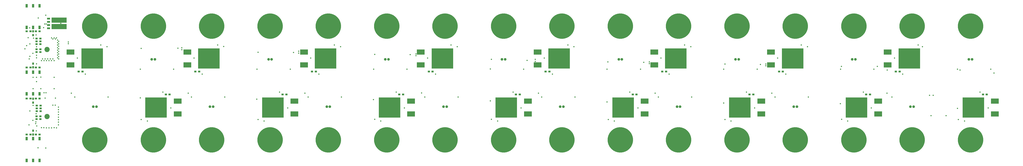
<source format=gbs>
G04*
G04 #@! TF.GenerationSoftware,Altium Limited,Altium Designer,19.0.10 (269)*
G04*
G04 Layer_Color=16711935*
%FSLAX25Y25*%
%MOIN*%
G70*
G01*
G75*
%ADD18C,0.04137*%
%ADD19R,0.03153X0.03350*%
%ADD20R,0.03350X0.03153*%
%ADD27C,0.39570*%
%ADD28C,0.01972*%
%ADD29C,0.08074*%
%ADD54R,0.03192X0.05200*%
%ADD55R,0.33271X0.31696*%
%ADD56R,0.12011X0.08074*%
%ADD57R,0.23822X0.08074*%
%ADD58R,0.04924X0.02956*%
D18*
X1511811Y212992D02*
D03*
X1506890D02*
D03*
X1416142Y139370D02*
D03*
X1421063D02*
D03*
X1330709Y212992D02*
D03*
X1325787D02*
D03*
X1235039Y139370D02*
D03*
X1239961D02*
D03*
X1149606Y212992D02*
D03*
X1144685D02*
D03*
X1053937Y139370D02*
D03*
X1058858D02*
D03*
X968504Y212992D02*
D03*
X963583D02*
D03*
X872835Y139370D02*
D03*
X877756D02*
D03*
X787402Y212992D02*
D03*
X782480D02*
D03*
X691732Y139370D02*
D03*
X696654D02*
D03*
X606299Y212992D02*
D03*
X601378D02*
D03*
X510630Y139370D02*
D03*
X515551D02*
D03*
X425197Y212992D02*
D03*
X420276D02*
D03*
X329528Y139370D02*
D03*
X334449D02*
D03*
X244094Y212992D02*
D03*
X239173D02*
D03*
X148425Y139370D02*
D03*
X153347D02*
D03*
D19*
X55118Y206496D02*
D03*
Y200591D02*
D03*
Y250689D02*
D03*
Y256594D02*
D03*
Y102067D02*
D03*
Y96161D02*
D03*
Y145866D02*
D03*
Y151772D02*
D03*
D20*
X50984Y200394D02*
D03*
X45079D02*
D03*
X50984Y256791D02*
D03*
X45079D02*
D03*
X59252Y200394D02*
D03*
X65158D02*
D03*
X59252Y256791D02*
D03*
X65158D02*
D03*
X66339Y224311D02*
D03*
X60433D02*
D03*
X66339Y228740D02*
D03*
X60433D02*
D03*
X59252Y95965D02*
D03*
X65158D02*
D03*
X50984Y151969D02*
D03*
X45079D02*
D03*
X50984Y95965D02*
D03*
X45079D02*
D03*
X59252Y151969D02*
D03*
X65158D02*
D03*
X66339Y120079D02*
D03*
X60433D02*
D03*
X66339Y124409D02*
D03*
X60433D02*
D03*
X1528642Y158465D02*
D03*
X1534547D02*
D03*
X1399311Y193898D02*
D03*
X1393406D02*
D03*
X1347539Y158465D02*
D03*
X1353445D02*
D03*
X1218209Y193898D02*
D03*
X1212303D02*
D03*
X1166437Y158465D02*
D03*
X1172342D02*
D03*
X1037106Y193898D02*
D03*
X1031201D02*
D03*
X985335Y158465D02*
D03*
X991240D02*
D03*
X856004Y193898D02*
D03*
X850098D02*
D03*
X804232Y158465D02*
D03*
X810138D02*
D03*
X674902Y193898D02*
D03*
X668996D02*
D03*
X623130Y158465D02*
D03*
X629035D02*
D03*
X493799Y193898D02*
D03*
X487894D02*
D03*
X442028Y158465D02*
D03*
X447933D02*
D03*
X312697Y193898D02*
D03*
X306791D02*
D03*
X260925Y158465D02*
D03*
X266831D02*
D03*
X131595Y193898D02*
D03*
X125689D02*
D03*
X66339Y245276D02*
D03*
X60433D02*
D03*
X66339Y240945D02*
D03*
X60433D02*
D03*
X66339Y236614D02*
D03*
X60433D02*
D03*
X66732Y140945D02*
D03*
X60827D02*
D03*
X66732Y136614D02*
D03*
X60827D02*
D03*
X66732Y132283D02*
D03*
X60827D02*
D03*
D27*
X1509350Y87598D02*
D03*
Y264764D02*
D03*
X1418602Y264764D02*
D03*
Y87598D02*
D03*
X1328248Y87598D02*
D03*
Y264764D02*
D03*
X1237500Y264764D02*
D03*
Y87598D02*
D03*
X1147146Y87598D02*
D03*
Y264764D02*
D03*
X1056398Y264764D02*
D03*
Y87598D02*
D03*
X966043Y87598D02*
D03*
Y264764D02*
D03*
X875295Y264764D02*
D03*
Y87598D02*
D03*
X784941Y87598D02*
D03*
Y264764D02*
D03*
X694193Y264764D02*
D03*
Y87598D02*
D03*
X603839Y87598D02*
D03*
Y264764D02*
D03*
X513091Y264764D02*
D03*
Y87598D02*
D03*
X422736Y87598D02*
D03*
Y264764D02*
D03*
X331988Y264764D02*
D03*
Y87598D02*
D03*
X241634Y87598D02*
D03*
Y264764D02*
D03*
X150886Y264764D02*
D03*
Y87598D02*
D03*
D28*
X1451378Y156890D02*
D03*
X1445866D02*
D03*
X74803Y281693D02*
D03*
X71457Y262402D02*
D03*
X49902Y261910D02*
D03*
X59646Y251083D02*
D03*
X44980Y234252D02*
D03*
X65158Y262657D02*
D03*
X45118Y262697D02*
D03*
X75305Y268209D02*
D03*
X72937Y268123D02*
D03*
X60039Y101772D02*
D03*
X60433Y120079D02*
D03*
Y124409D02*
D03*
X48622Y111221D02*
D03*
X60728Y109252D02*
D03*
X1490453Y119488D02*
D03*
X1471555Y125295D02*
D03*
X285827Y227953D02*
D03*
X54718Y222441D02*
D03*
X54626Y118110D02*
D03*
X47244Y246850D02*
D03*
X60335Y232677D02*
D03*
X42520Y229331D02*
D03*
X79232Y266398D02*
D03*
Y261398D02*
D03*
X83662Y246358D02*
D03*
X85630Y244587D02*
D03*
X87598Y246358D02*
D03*
X91535D02*
D03*
X55118Y167323D02*
D03*
Y185039D02*
D03*
X87890D02*
D03*
Y167323D02*
D03*
X73622Y152657D02*
D03*
X89764D02*
D03*
X67224Y185335D02*
D03*
X98032Y268898D02*
D03*
X1448228Y125394D02*
D03*
X67118Y167323D02*
D03*
X1488976Y197736D02*
D03*
Y136811D02*
D03*
X1307579Y197835D02*
D03*
X1307480Y143996D02*
D03*
X1257874Y154527D02*
D03*
X1126476Y197835D02*
D03*
X1126575Y145177D02*
D03*
X1076772Y154429D02*
D03*
X945472Y197835D02*
D03*
Y146752D02*
D03*
X895669Y154527D02*
D03*
X764272Y198031D02*
D03*
Y148327D02*
D03*
X714468Y154331D02*
D03*
X583268Y197835D02*
D03*
X583071Y150394D02*
D03*
X533563Y154528D02*
D03*
X402264Y197835D02*
D03*
X402067Y151181D02*
D03*
X352264Y154331D02*
D03*
X221260Y197835D02*
D03*
X221358Y153051D02*
D03*
X171260Y154331D02*
D03*
X85630Y141634D02*
D03*
X89567D02*
D03*
X94390Y138779D02*
D03*
Y134843D02*
D03*
Y130905D02*
D03*
Y126969D02*
D03*
Y123031D02*
D03*
Y119095D02*
D03*
Y115256D02*
D03*
Y111221D02*
D03*
X91535Y106496D02*
D03*
X87598Y106595D02*
D03*
X83662Y106496D02*
D03*
X79724D02*
D03*
X75787D02*
D03*
X71850Y106595D02*
D03*
X67913D02*
D03*
X169685Y232874D02*
D03*
X109744Y240158D02*
D03*
X114567Y160433D02*
D03*
X109744Y237502D02*
D03*
X222835Y230118D02*
D03*
X222835Y119390D02*
D03*
X279823Y230413D02*
D03*
X285827Y230906D02*
D03*
X350787Y233071D02*
D03*
X295669Y160433D02*
D03*
X403937Y224016D02*
D03*
X404035Y119390D02*
D03*
X458957Y223721D02*
D03*
X467126Y225590D02*
D03*
X531988Y232776D02*
D03*
X476772Y160433D02*
D03*
X467126Y222638D02*
D03*
X584941Y220571D02*
D03*
Y119587D02*
D03*
X640158Y220374D02*
D03*
X712992Y232874D02*
D03*
X649016Y221358D02*
D03*
X657874Y160630D02*
D03*
X649016Y218701D02*
D03*
X766043Y213090D02*
D03*
Y119783D02*
D03*
X821555Y211319D02*
D03*
X833957Y213090D02*
D03*
X894094Y232874D02*
D03*
X838976Y160539D02*
D03*
X833957Y209744D02*
D03*
X946653Y209055D02*
D03*
X92913Y219587D02*
D03*
X947244Y119488D02*
D03*
X1002362Y208366D02*
D03*
X62894Y75492D02*
D03*
X74902Y75197D02*
D03*
X62992Y277244D02*
D03*
X89665Y244587D02*
D03*
X94784Y237205D02*
D03*
X93012Y239075D02*
D03*
X94784Y241142D02*
D03*
X93012Y243110D02*
D03*
X92913Y235236D02*
D03*
X94685Y233268D02*
D03*
X92913Y231201D02*
D03*
X94685Y229331D02*
D03*
X92913Y227362D02*
D03*
X94685Y225394D02*
D03*
X94685Y221457D02*
D03*
Y217520D02*
D03*
X92913Y215551D02*
D03*
Y223425D02*
D03*
X94685Y213583D02*
D03*
X1010925Y209154D02*
D03*
X1075295Y232677D02*
D03*
X1020079Y160433D02*
D03*
X1010925Y206496D02*
D03*
X1128248Y205709D02*
D03*
Y119488D02*
D03*
X1183563Y204921D02*
D03*
X1191831Y205807D02*
D03*
X1256299Y232677D02*
D03*
X1201181Y160539D02*
D03*
X1191831Y202953D02*
D03*
X1308957Y202067D02*
D03*
X1309449Y119587D02*
D03*
X1364665Y201969D02*
D03*
X83563Y211024D02*
D03*
X79724D02*
D03*
X87598D02*
D03*
X85630Y213583D02*
D03*
X81693D02*
D03*
X77756Y213582D02*
D03*
X75788Y211024D02*
D03*
X73819Y213583D02*
D03*
X71949Y211024D02*
D03*
X69882Y213583D02*
D03*
X123622Y214961D02*
D03*
X1359547Y197835D02*
D03*
X1434842Y232874D02*
D03*
X1178445Y197835D02*
D03*
X1380217Y196555D02*
D03*
X1379890Y160539D02*
D03*
X1493110Y196358D02*
D03*
X67913Y211024D02*
D03*
X1545669Y191831D02*
D03*
X1524016Y162205D02*
D03*
X1540650Y197835D02*
D03*
X1536614Y137402D02*
D03*
X1500000Y116929D02*
D03*
X1547047Y128051D02*
D03*
X1342913Y162205D02*
D03*
X1355512Y137402D02*
D03*
X1318898Y116929D02*
D03*
X1365945Y128051D02*
D03*
X1161811Y162205D02*
D03*
X1174409Y137402D02*
D03*
X1137796Y116929D02*
D03*
X1184842Y128051D02*
D03*
X980709Y162205D02*
D03*
X997342Y197835D02*
D03*
X993307Y137402D02*
D03*
X956693Y116929D02*
D03*
X1003740Y128051D02*
D03*
X799606Y162205D02*
D03*
X816240Y197835D02*
D03*
X812205Y137402D02*
D03*
X775591Y116929D02*
D03*
X822638Y128051D02*
D03*
X618504Y162205D02*
D03*
X635138Y197835D02*
D03*
X631102Y137402D02*
D03*
X594488Y116929D02*
D03*
X641535Y128051D02*
D03*
X437402Y162205D02*
D03*
X454035Y197835D02*
D03*
X450000Y137402D02*
D03*
X413386Y116929D02*
D03*
X460433Y128051D02*
D03*
X1387303Y154528D02*
D03*
X1403937Y190157D02*
D03*
X1391339Y214961D02*
D03*
X1427952Y235433D02*
D03*
X1380906Y224311D02*
D03*
X1206201Y154528D02*
D03*
X1222835Y190157D02*
D03*
X1210236Y214961D02*
D03*
X1246850Y235433D02*
D03*
X1199803Y224311D02*
D03*
X1025098Y154528D02*
D03*
X1041732Y190157D02*
D03*
X1029134Y214961D02*
D03*
X1065748Y235433D02*
D03*
X1018701Y224311D02*
D03*
X843996Y154528D02*
D03*
X860630Y190157D02*
D03*
X848032Y214961D02*
D03*
X884645Y235433D02*
D03*
X837598Y224311D02*
D03*
X662894Y154528D02*
D03*
X679528Y190157D02*
D03*
X666929Y214961D02*
D03*
X703543Y235433D02*
D03*
X656496Y224311D02*
D03*
X481791Y154528D02*
D03*
X498425Y190157D02*
D03*
X485827Y214961D02*
D03*
X522441Y235433D02*
D03*
X475394Y224311D02*
D03*
X300689Y154528D02*
D03*
X317323Y190157D02*
D03*
X304724Y214961D02*
D03*
X341338Y235433D02*
D03*
X294291Y224311D02*
D03*
X272933Y197835D02*
D03*
X256299Y162205D02*
D03*
X268898Y137402D02*
D03*
X232284Y116929D02*
D03*
X279331Y128051D02*
D03*
X113189Y224311D02*
D03*
X119587Y154528D02*
D03*
X60433Y206201D02*
D03*
Y219390D02*
D03*
X50000Y217618D02*
D03*
X59255Y115751D02*
D03*
X59153Y112894D02*
D03*
X48917Y213583D02*
D03*
X60433Y215551D02*
D03*
X60335Y178445D02*
D03*
Y185039D02*
D03*
X50000Y237205D02*
D03*
X59744Y128347D02*
D03*
X60827Y140945D02*
D03*
Y136614D02*
D03*
X75197Y161221D02*
D03*
X71949D02*
D03*
X50000Y132874D02*
D03*
X55905Y246161D02*
D03*
X55216Y141437D02*
D03*
X60630Y132283D02*
D03*
Y224410D02*
D03*
X60433Y228740D02*
D03*
Y236847D02*
D03*
X60236Y240945D02*
D03*
X60433Y245276D02*
D03*
X136221Y190157D02*
D03*
X160236Y235433D02*
D03*
D29*
X76772Y228346D02*
D03*
Y124016D02*
D03*
D54*
X45118Y193110D02*
D03*
X55118D02*
D03*
X65118D02*
D03*
Y159252D02*
D03*
X55118D02*
D03*
X45118D02*
D03*
Y296555D02*
D03*
X55118D02*
D03*
X65118D02*
D03*
Y262697D02*
D03*
X55118D02*
D03*
X45118D02*
D03*
X65118Y55807D02*
D03*
X55118D02*
D03*
X45118D02*
D03*
Y89665D02*
D03*
X55118D02*
D03*
X65118D02*
D03*
D55*
X1513582Y138090D02*
D03*
X1414371Y214272D02*
D03*
X1332480Y138090D02*
D03*
X1233268Y214272D02*
D03*
X1151377Y138090D02*
D03*
X1052166Y214272D02*
D03*
X970275Y138090D02*
D03*
X871063Y214272D02*
D03*
X789173Y138090D02*
D03*
X689961Y214272D02*
D03*
X608071Y138090D02*
D03*
X508859Y214272D02*
D03*
X426968Y138090D02*
D03*
X327756Y214272D02*
D03*
X245866Y138090D02*
D03*
X146654Y214272D02*
D03*
D56*
X1547047Y148129D02*
D03*
Y128051D02*
D03*
X1380906Y204233D02*
D03*
Y224311D02*
D03*
X1365945Y148129D02*
D03*
Y128051D02*
D03*
X1199803Y204233D02*
D03*
Y224311D02*
D03*
X1184842Y148129D02*
D03*
Y128051D02*
D03*
X1018701Y204233D02*
D03*
Y224311D02*
D03*
X1003740Y148129D02*
D03*
Y128051D02*
D03*
X837598Y204233D02*
D03*
Y224311D02*
D03*
X822638Y148129D02*
D03*
Y128051D02*
D03*
X656496Y204233D02*
D03*
Y224311D02*
D03*
X641535Y148129D02*
D03*
Y128051D02*
D03*
X475394Y204233D02*
D03*
Y224311D02*
D03*
X460433Y148129D02*
D03*
Y128051D02*
D03*
X294291Y204233D02*
D03*
Y224311D02*
D03*
X279331Y148129D02*
D03*
Y128051D02*
D03*
X113189Y204233D02*
D03*
Y224311D02*
D03*
D57*
X95275Y263898D02*
D03*
Y273898D02*
D03*
D58*
X79232Y276398D02*
D03*
Y271398D02*
D03*
Y266398D02*
D03*
Y261398D02*
D03*
M02*

</source>
